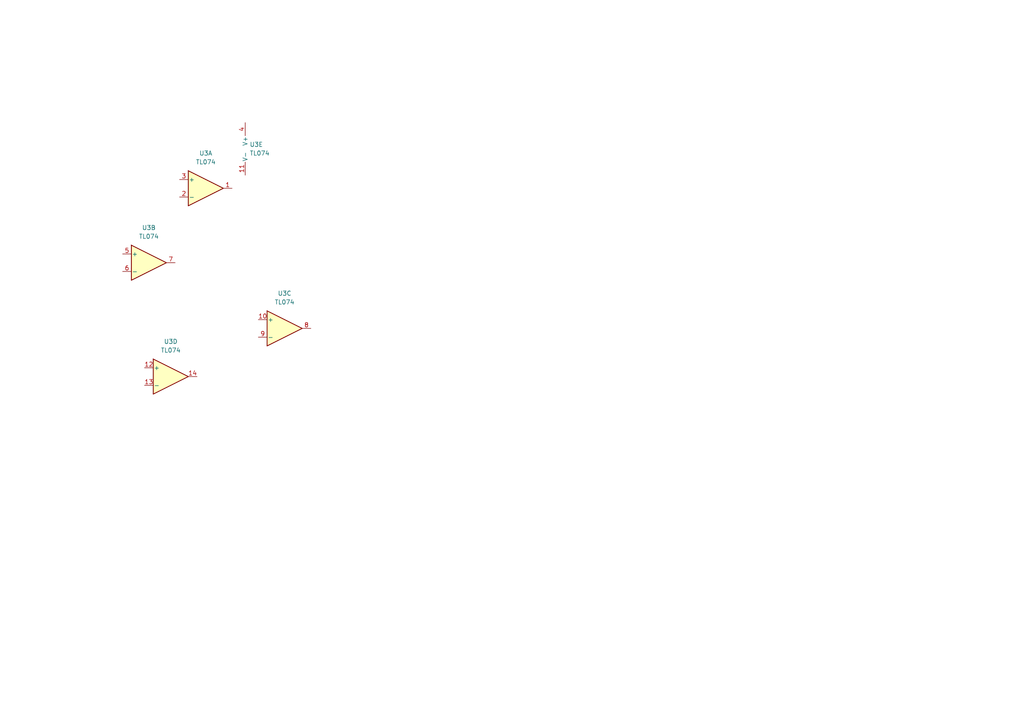
<source format=kicad_sch>
(kicad_sch (version 20250114) (generator "eeschema") (generator_version "9.0")
  (paper "A4")
  (title_block (title "LEOS Stack - EFM Circuitry") (date "2026-02-11") (rev "1"))
  (lib_symbols
    (symbol "Amplifier_Operational:TL074" (pin_names (offset 0.127))
      (property "Reference" "U" (at 0 5.08 0))
      (property "Value" "TL074" (at 0 -5.08 0))
      (symbol "TL074_1_1"
        (polyline (pts (xy -5.08 5.08) (xy 5.08 0) (xy -5.08 -5.08) (xy -5.08 5.08)) (stroke (width 0.254)) (fill (type background)))
        (pin input line (at -7.62 2.54 0) (length 2.54) (name "+") (number "3"))
        (pin input line (at -7.62 -2.54 0) (length 2.54) (name "-") (number "2"))
        (pin output line (at 7.62 0 180) (length 2.54) (name "~") (number "1"))
      )
      (symbol "TL074_2_1"
        (polyline (pts (xy -5.08 5.08) (xy 5.08 0) (xy -5.08 -5.08) (xy -5.08 5.08)) (stroke (width 0.254)) (fill (type background)))
        (pin input line (at -7.62 2.54 0) (length 2.54) (name "+") (number "5"))
        (pin input line (at -7.62 -2.54 0) (length 2.54) (name "-") (number "6"))
        (pin output line (at 7.62 0 180) (length 2.54) (name "~") (number "7"))
      )
      (symbol "TL074_3_1"
        (polyline (pts (xy -5.08 5.08) (xy 5.08 0) (xy -5.08 -5.08) (xy -5.08 5.08)) (stroke (width 0.254)) (fill (type background)))
        (pin input line (at -7.62 2.54 0) (length 2.54) (name "+") (number "10"))
        (pin input line (at -7.62 -2.54 0) (length 2.54) (name "-") (number "9"))
        (pin output line (at 7.62 0 180) (length 2.54) (name "~") (number "8"))
      )
      (symbol "TL074_4_1"
        (polyline (pts (xy -5.08 5.08) (xy 5.08 0) (xy -5.08 -5.08) (xy -5.08 5.08)) (stroke (width 0.254)) (fill (type background)))
        (pin input line (at -7.62 2.54 0) (length 2.54) (name "+") (number "12"))
        (pin input line (at -7.62 -2.54 0) (length 2.54) (name "-") (number "13"))
        (pin output line (at 7.62 0 180) (length 2.54) (name "~") (number "14"))
      )
      (symbol "TL074_5_1"
        (pin power_in line (at -2.54 7.62 270) (length 3.81) (name "V+") (number "4"))
        (pin power_in line (at -2.54 -7.62 90) (length 3.81) (name "V-") (number "11"))
      )
    )
  )
  (symbol (lib_id "Amplifier_Operational:TL074") (at 59.69 54.61 0) (unit 1)
    (property "Reference" "U3" (at 59.69 44.45 0))
    (property "Value" "TL074" (at 59.69 46.99 0))
    (property "Datasheet" "http://www.ti.com/lit/ds/symlink/tl071.pdf" (effects (hide yes)))
    (property "Description" "Quad Low-Noise JFET-Input Operational Amplifiers, DIP-14/SOIC-14" (effects (hide yes)))
  )
  (symbol (lib_id "Amplifier_Operational:TL074") (at 43.18 76.2 0) (unit 2)
    (property "Reference" "U3" (at 43.18 66.04 0))
    (property "Value" "TL074" (at 43.18 68.58 0))
    (property "Datasheet" "http://www.ti.com/lit/ds/symlink/tl071.pdf" (effects (hide yes)))
    (property "Description" "Quad Low-Noise JFET-Input Operational Amplifiers, DIP-14/SOIC-14" (effects (hide yes)))
  )
  (symbol (lib_id "Amplifier_Operational:TL074") (at 49.53 109.22 0) (unit 4)
    (property "Reference" "U3" (at 49.53 99.06 0))
    (property "Value" "TL074" (at 49.53 101.6 0))
    (property "Datasheet" "http://www.ti.com/lit/ds/symlink/tl071.pdf" (effects (hide yes)))
    (property "Description" "Quad Low-Noise JFET-Input Operational Amplifiers, DIP-14/SOIC-14" (effects (hide yes)))
  )
  (symbol (lib_id "Amplifier_Operational:TL074") (at 73.66 43.18 0) (unit 5)
    (property "Reference" "U3" (at 72.39 41.9099 0) (effects (justify left)))
    (property "Value" "TL074" (at 72.39 44.4499 0) (effects (justify left)))
    (property "Datasheet" "http://www.ti.com/lit/ds/symlink/tl071.pdf" (effects (hide yes)))
    (property "Description" "Quad Low-Noise JFET-Input Operational Amplifiers, DIP-14/SOIC-14" (effects (hide yes)))
  )
  (symbol (lib_id "Amplifier_Operational:TL074") (at 82.55 95.25 0) (unit 3)
    (property "Reference" "U3" (at 82.55 85.09 0))
    (property "Value" "TL074" (at 82.55 87.63 0))
    (property "Datasheet" "http://www.ti.com/lit/ds/symlink/tl071.pdf" (effects (hide yes)))
    (property "Description" "Quad Low-Noise JFET-Input Operational Amplifiers, DIP-14/SOIC-14" (effects (hide yes)))
  )
)
</source>
